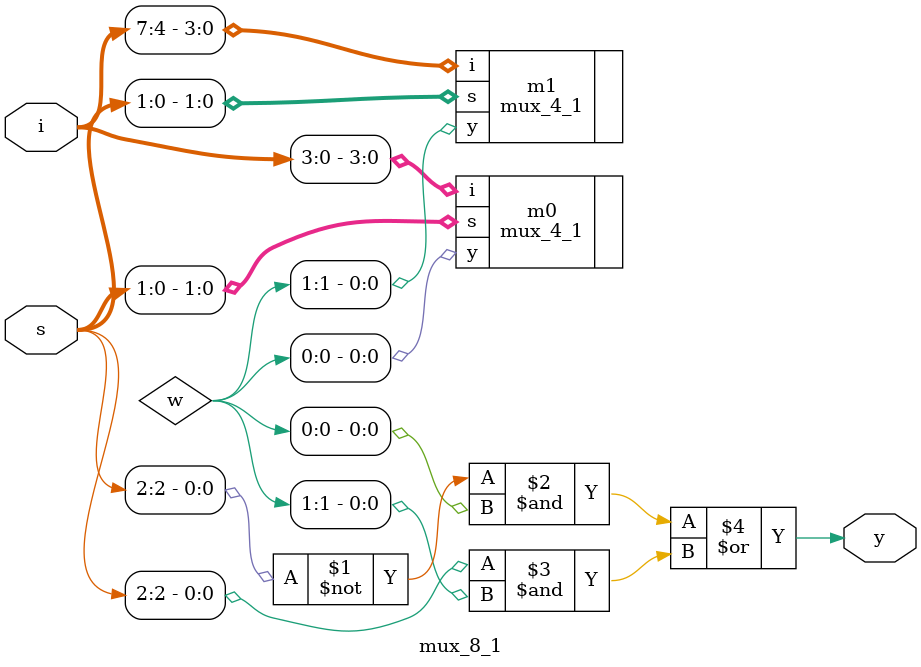
<source format=v>
`timescale 1ns / 1ps

module mux_8_1(input [7:0]i,input[2:0]s,output y);
wire [1:0]w;
mux_4_1 m0(.i(i[3:0]),.s(s[1:0]),.y(w[0]));
mux_4_1 m1(.i(i[7:4]),.s(s[1:0]),.y(w[1]));
assign y = (~s[2]&w[0])|(s[2]&w[1]);
endmodule

</source>
